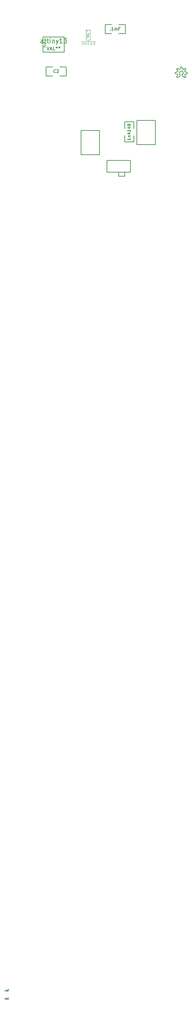
<source format=gto>
G04 ( created by brdgerber.py ( brdgerber.py v0.1 2014-03-12 ) ) date 2020-12-15 20:12:20 EST*
G04 Gerber Fmt 3.4, Leading zero omitted, Abs format*
%MOIN*%
%FSLAX34Y34*%
G01*
G70*
G90*
G04 APERTURE LIST*
%ADD17R,0.2000X0.2000*%
%ADD27C,0.0200*%
%ADD14C,0.0047*%
%ADD26C,0.0471*%
%ADD12C,0.0050*%
%ADD13R,0.0394X0.0315*%
%ADD10R,0.0236X0.0551*%
%ADD18R,0.3000X0.3000*%
%ADD21C,0.0354*%
%ADD20R,0.0800X0.0600*%
%ADD15C,0.0039*%
%ADD19R,0.0600X0.0800*%
%ADD23R,0.0275X0.0590*%
%ADD16C,0.0031*%
%ADD24C,0.0000*%
%ADD25C,0.0059*%
%ADD22R,0.0393X0.0314*%
%ADD11C,0.0060*%
G04 APERTURE END LIST*
G54D17*
D12*
G01X-38500Y-13050D02*
G01X-38500Y-13100D01*
D12*
G01X-38500Y-13100D02*
G01X-36400Y-13100D01*
D12*
G01X-36400Y-11600D02*
G01X-38500Y-11600D01*
D12*
G01X-38500Y-11600D02*
G01X-38500Y-13050D01*
D12*
G01X-38500Y-12150D02*
G01X-38300Y-12150D01*
D12*
G01X-38300Y-12150D02*
G01X-38300Y-12550D01*
D12*
G01X-38300Y-12550D02*
G01X-38500Y-12550D01*
D12*
G01X-36400Y-11600D02*
G01X-36400Y-13100D01*
D11*
G01X-38521Y-12182D02*
G01X-38521Y-11946D01*
G01X-38543Y-11904D01*
G01X-38586Y-11882D01*
G01X-38671Y-11882D01*
G01X-38714Y-11904D01*
D11*
G01X-38521Y-12161D02*
G01X-38564Y-12182D01*
G01X-38671Y-12182D01*
G01X-38714Y-12161D01*
G01X-38736Y-12118D01*
G01X-38736Y-12075D01*
G01X-38714Y-12032D01*
G01X-38671Y-12011D01*
G01X-38564Y-12011D01*
G01X-38521Y-11989D01*
D11*
G01X-38371Y-11882D02*
G01X-38200Y-11882D01*
D11*
G01X-38307Y-11732D02*
G01X-38307Y-12118D01*
G01X-38286Y-12161D01*
G01X-38243Y-12182D01*
G01X-38200Y-12182D01*
D11*
G01X-38114Y-11882D02*
G01X-37943Y-11882D01*
D11*
G01X-38050Y-11732D02*
G01X-38050Y-12118D01*
G01X-38029Y-12161D01*
G01X-37986Y-12182D01*
G01X-37943Y-12182D01*
D11*
G01X-37793Y-12182D02*
G01X-37793Y-11882D01*
D11*
G01X-37793Y-11732D02*
G01X-37814Y-11754D01*
G01X-37793Y-11775D01*
G01X-37771Y-11754D01*
G01X-37793Y-11732D01*
G01X-37793Y-11775D01*
D11*
G01X-37579Y-11882D02*
G01X-37579Y-12182D01*
D11*
G01X-37579Y-11925D02*
G01X-37557Y-11904D01*
G01X-37514Y-11882D01*
G01X-37450Y-11882D01*
G01X-37407Y-11904D01*
G01X-37386Y-11946D01*
G01X-37386Y-12182D01*
D11*
G01X-37214Y-11882D02*
G01X-37107Y-12182D01*
D11*
G01X-37000Y-11882D02*
G01X-37107Y-12182D01*
G01X-37150Y-12289D01*
G01X-37171Y-12311D01*
G01X-37214Y-12332D01*
D11*
G01X-36593Y-12182D02*
G01X-36850Y-12182D01*
D11*
G01X-36721Y-12182D02*
G01X-36721Y-11732D01*
G01X-36764Y-11796D01*
G01X-36807Y-11839D01*
G01X-36850Y-11861D01*
D11*
G01X-36443Y-11732D02*
G01X-36164Y-11732D01*
G01X-36314Y-11904D01*
G01X-36250Y-11904D01*
G01X-36207Y-11925D01*
G01X-36186Y-11946D01*
G01X-36164Y-11989D01*
G01X-36164Y-12096D01*
G01X-36186Y-12139D01*
G01X-36207Y-12161D01*
G01X-36250Y-12182D01*
G01X-36379Y-12182D01*
G01X-36421Y-12161D01*
G01X-36443Y-12139D01*
D11*
G01X-38125Y-12542D02*
G01X-38008Y-12892D01*
G01X-37892Y-12542D01*
D11*
G01X-37792Y-12792D02*
G01X-37625Y-12792D01*
D11*
G01X-37825Y-12892D02*
G01X-37708Y-12542D01*
G01X-37592Y-12892D01*
D11*
G01X-37308Y-12892D02*
G01X-37475Y-12892D01*
G01X-37475Y-12542D01*
D11*
G01X-37142Y-12542D02*
G01X-37142Y-12625D01*
D11*
G01X-37225Y-12592D02*
G01X-37142Y-12625D01*
G01X-37058Y-12592D01*
D11*
G01X-37192Y-12692D02*
G01X-37142Y-12625D01*
G01X-37092Y-12692D01*
D11*
G01X-36875Y-12542D02*
G01X-36875Y-12625D01*
D11*
G01X-36958Y-12592D02*
G01X-36875Y-12625D01*
G01X-36792Y-12592D01*
D11*
G01X-36925Y-12692D02*
G01X-36875Y-12625D01*
G01X-36825Y-12692D01*
D16*
G01X-34125Y-10937D02*
G01X-34125Y-10937D01*
G01X-34125Y-10935D01*
G01X-34125Y-10934D01*
G01X-34126Y-10932D01*
G01X-34126Y-10931D01*
G01X-34126Y-10929D01*
G01X-34126Y-10928D01*
G01X-34126Y-10926D01*
G01X-34127Y-10925D01*
G01X-34127Y-10923D01*
G01X-34127Y-10922D01*
G01X-34128Y-10920D01*
G01X-34128Y-10919D01*
G01X-34129Y-10917D01*
G01X-34129Y-10916D01*
G01X-34130Y-10914D01*
G01X-34130Y-10913D01*
G01X-34131Y-10912D01*
G01X-34131Y-10910D01*
G01X-34132Y-10909D01*
G01X-34133Y-10907D01*
G01X-34134Y-10906D01*
G01X-34134Y-10905D01*
G01X-34135Y-10903D01*
G01X-34136Y-10902D01*
G01X-34137Y-10901D01*
G01X-34138Y-10900D01*
G01X-34139Y-10898D01*
G01X-34140Y-10897D01*
G01X-34141Y-10896D01*
G01X-34142Y-10895D01*
G01X-34143Y-10894D01*
G01X-34144Y-10893D01*
G01X-34145Y-10892D01*
G01X-34146Y-10891D01*
G01X-34147Y-10890D01*
G01X-34148Y-10889D01*
G01X-34149Y-10888D01*
G01X-34151Y-10887D01*
G01X-34152Y-10886D01*
G01X-34153Y-10885D01*
G01X-34154Y-10884D01*
G01X-34156Y-10883D01*
G01X-34157Y-10883D01*
G01X-34158Y-10882D01*
G01X-34160Y-10881D01*
G01X-34161Y-10880D01*
G01X-34163Y-10880D01*
G01X-34164Y-10879D01*
G01X-34165Y-10879D01*
G01X-34167Y-10878D01*
G01X-34168Y-10878D01*
G01X-34170Y-10877D01*
G01X-34171Y-10877D01*
G01X-34173Y-10876D01*
G01X-34174Y-10876D01*
G01X-34176Y-10876D01*
G01X-34177Y-10875D01*
G01X-34179Y-10875D01*
G01X-34180Y-10875D01*
G01X-34182Y-10875D01*
G01X-34183Y-10875D01*
G01X-34185Y-10874D01*
G01X-34186Y-10874D01*
G01X-34188Y-10874D01*
G01X-34190Y-10874D01*
G01X-34191Y-10874D01*
G01X-34193Y-10875D01*
G01X-34194Y-10875D01*
G01X-34196Y-10875D01*
G01X-34197Y-10875D01*
G01X-34199Y-10875D01*
G01X-34200Y-10876D01*
G01X-34202Y-10876D01*
G01X-34203Y-10876D01*
G01X-34205Y-10877D01*
G01X-34206Y-10877D01*
G01X-34208Y-10878D01*
G01X-34209Y-10878D01*
G01X-34211Y-10879D01*
G01X-34212Y-10879D01*
G01X-34213Y-10880D01*
G01X-34215Y-10880D01*
G01X-34216Y-10881D01*
G01X-34218Y-10882D01*
G01X-34219Y-10883D01*
G01X-34220Y-10883D01*
G01X-34222Y-10884D01*
G01X-34223Y-10885D01*
G01X-34224Y-10886D01*
G01X-34225Y-10887D01*
G01X-34227Y-10888D01*
G01X-34228Y-10889D01*
G01X-34229Y-10890D01*
G01X-34230Y-10891D01*
G01X-34231Y-10892D01*
G01X-34232Y-10893D01*
G01X-34233Y-10894D01*
G01X-34234Y-10895D01*
G01X-34235Y-10896D01*
G01X-34236Y-10897D01*
G01X-34237Y-10898D01*
G01X-34238Y-10900D01*
G01X-34239Y-10901D01*
G01X-34240Y-10902D01*
G01X-34241Y-10903D01*
G01X-34242Y-10905D01*
G01X-34242Y-10906D01*
G01X-34243Y-10907D01*
G01X-34244Y-10909D01*
G01X-34245Y-10910D01*
G01X-34245Y-10912D01*
G01X-34246Y-10913D01*
G01X-34246Y-10914D01*
G01X-34247Y-10916D01*
G01X-34247Y-10917D01*
G01X-34248Y-10919D01*
G01X-34248Y-10920D01*
G01X-34249Y-10922D01*
G01X-34249Y-10923D01*
G01X-34249Y-10925D01*
G01X-34250Y-10926D01*
G01X-34250Y-10928D01*
G01X-34250Y-10929D01*
G01X-34250Y-10931D01*
G01X-34250Y-10932D01*
G01X-34251Y-10934D01*
G01X-34251Y-10935D01*
G01X-34251Y-10937D01*
G01X-34251Y-10939D01*
G01X-34251Y-10940D01*
G01X-34250Y-10942D01*
G01X-34250Y-10943D01*
G01X-34250Y-10945D01*
G01X-34250Y-10946D01*
G01X-34250Y-10948D01*
G01X-34249Y-10949D01*
G01X-34249Y-10951D01*
G01X-34249Y-10952D01*
G01X-34248Y-10954D01*
G01X-34248Y-10955D01*
G01X-34247Y-10957D01*
G01X-34247Y-10958D01*
G01X-34246Y-10960D01*
G01X-34246Y-10961D01*
G01X-34245Y-10962D01*
G01X-34245Y-10964D01*
G01X-34244Y-10965D01*
G01X-34243Y-10967D01*
G01X-34242Y-10968D01*
G01X-34242Y-10969D01*
G01X-34241Y-10971D01*
G01X-34240Y-10972D01*
G01X-34239Y-10973D01*
G01X-34238Y-10974D01*
G01X-34237Y-10976D01*
G01X-34236Y-10977D01*
G01X-34235Y-10978D01*
G01X-34234Y-10979D01*
G01X-34233Y-10980D01*
G01X-34232Y-10981D01*
G01X-34231Y-10982D01*
G01X-34230Y-10983D01*
G01X-34229Y-10984D01*
G01X-34228Y-10985D01*
G01X-34227Y-10986D01*
G01X-34225Y-10987D01*
G01X-34224Y-10988D01*
G01X-34223Y-10989D01*
G01X-34222Y-10990D01*
G01X-34220Y-10991D01*
G01X-34219Y-10991D01*
G01X-34218Y-10992D01*
G01X-34216Y-10993D01*
G01X-34215Y-10994D01*
G01X-34213Y-10994D01*
G01X-34212Y-10995D01*
G01X-34211Y-10995D01*
G01X-34209Y-10996D01*
G01X-34208Y-10996D01*
G01X-34206Y-10997D01*
G01X-34205Y-10997D01*
G01X-34203Y-10998D01*
G01X-34202Y-10998D01*
G01X-34200Y-10998D01*
G01X-34199Y-10999D01*
G01X-34197Y-10999D01*
G01X-34196Y-10999D01*
G01X-34194Y-10999D01*
G01X-34193Y-10999D01*
G01X-34191Y-11000D01*
G01X-34190Y-11000D01*
G01X-34188Y-11000D01*
G01X-34186Y-11000D01*
G01X-34185Y-11000D01*
G01X-34183Y-10999D01*
G01X-34182Y-10999D01*
G01X-34180Y-10999D01*
G01X-34179Y-10999D01*
G01X-34177Y-10999D01*
G01X-34176Y-10998D01*
G01X-34174Y-10998D01*
G01X-34173Y-10998D01*
G01X-34171Y-10997D01*
G01X-34170Y-10997D01*
G01X-34168Y-10996D01*
G01X-34167Y-10996D01*
G01X-34165Y-10995D01*
G01X-34164Y-10995D01*
G01X-34163Y-10994D01*
G01X-34161Y-10994D01*
G01X-34160Y-10993D01*
G01X-34158Y-10992D01*
G01X-34157Y-10991D01*
G01X-34156Y-10991D01*
G01X-34154Y-10990D01*
G01X-34153Y-10989D01*
G01X-34152Y-10988D01*
G01X-34151Y-10987D01*
G01X-34149Y-10986D01*
G01X-34148Y-10985D01*
G01X-34147Y-10984D01*
G01X-34146Y-10983D01*
G01X-34145Y-10982D01*
G01X-34144Y-10981D01*
G01X-34143Y-10980D01*
G01X-34142Y-10979D01*
G01X-34141Y-10978D01*
G01X-34140Y-10977D01*
G01X-34139Y-10976D01*
G01X-34138Y-10974D01*
G01X-34137Y-10973D01*
G01X-34136Y-10972D01*
G01X-34135Y-10971D01*
G01X-34134Y-10969D01*
G01X-34134Y-10968D01*
G01X-34133Y-10967D01*
G01X-34132Y-10965D01*
G01X-34131Y-10964D01*
G01X-34131Y-10962D01*
G01X-34130Y-10961D01*
G01X-34130Y-10960D01*
G01X-34129Y-10958D01*
G01X-34129Y-10957D01*
G01X-34128Y-10955D01*
G01X-34128Y-10954D01*
G01X-34127Y-10952D01*
G01X-34127Y-10951D01*
G01X-34127Y-10949D01*
G01X-34126Y-10948D01*
G01X-34126Y-10946D01*
G01X-34126Y-10945D01*
G01X-34126Y-10943D01*
G01X-34126Y-10942D01*
G01X-34125Y-10940D01*
G01X-34125Y-10939D01*
G01X-34125Y-10937D01*
D16*
G01X-33850Y-11900D02*
G01X-34250Y-11900D01*
D16*
G01X-33850Y-10875D02*
G01X-34250Y-10875D01*
D16*
G01X-34250Y-11900D02*
G01X-34250Y-10875D01*
D16*
G01X-33850Y-10875D02*
G01X-33850Y-11900D01*
D14*
G01X-34654Y-12294D02*
G01X-34611Y-12308D01*
G01X-34540Y-12308D01*
G01X-34511Y-12294D01*
G01X-34497Y-12280D01*
G01X-34482Y-12251D01*
G01X-34482Y-12223D01*
G01X-34497Y-12194D01*
G01X-34511Y-12180D01*
G01X-34540Y-12166D01*
G01X-34597Y-12151D01*
G01X-34625Y-12137D01*
G01X-34640Y-12123D01*
G01X-34654Y-12094D01*
G01X-34654Y-12066D01*
G01X-34640Y-12037D01*
G01X-34625Y-12023D01*
G01X-34597Y-12008D01*
G01X-34525Y-12008D01*
G01X-34482Y-12023D01*
D14*
G01X-34297Y-12008D02*
G01X-34240Y-12008D01*
G01X-34211Y-12023D01*
G01X-34182Y-12051D01*
G01X-34168Y-12108D01*
G01X-34168Y-12208D01*
G01X-34182Y-12266D01*
G01X-34211Y-12294D01*
G01X-34240Y-12308D01*
G01X-34297Y-12308D01*
G01X-34325Y-12294D01*
G01X-34354Y-12266D01*
G01X-34368Y-12208D01*
G01X-34368Y-12108D01*
G01X-34354Y-12051D01*
G01X-34325Y-12023D01*
G01X-34297Y-12008D01*
D14*
G01X-34082Y-12008D02*
G01X-33911Y-12008D01*
D14*
G01X-33997Y-12308D02*
G01X-33997Y-12008D01*
D14*
G01X-33825Y-12037D02*
G01X-33811Y-12023D01*
G01X-33782Y-12008D01*
G01X-33711Y-12008D01*
G01X-33682Y-12023D01*
G01X-33668Y-12037D01*
G01X-33654Y-12066D01*
G01X-33654Y-12094D01*
G01X-33668Y-12137D01*
G01X-33840Y-12308D01*
G01X-33654Y-12308D01*
D14*
G01X-33554Y-12008D02*
G01X-33368Y-12008D01*
G01X-33468Y-12123D01*
G01X-33425Y-12123D01*
G01X-33397Y-12137D01*
G01X-33382Y-12151D01*
G01X-33368Y-12180D01*
G01X-33368Y-12251D01*
G01X-33382Y-12280D01*
G01X-33397Y-12294D01*
G01X-33425Y-12308D01*
G01X-33511Y-12308D01*
G01X-33540Y-12294D01*
G01X-33554Y-12280D01*
D15*
G01X-34167Y-11655D02*
G01X-33970Y-11589D01*
G01X-34167Y-11523D01*
D15*
G01X-34027Y-11467D02*
G01X-34027Y-11373D01*
D15*
G01X-33970Y-11486D02*
G01X-34167Y-11420D01*
G01X-33970Y-11355D01*
D15*
G01X-33970Y-11195D02*
G01X-33970Y-11289D01*
G01X-34167Y-11289D01*
D12*
G01X-30350Y-11250D02*
G01X-30350Y-10350D01*
D12*
G01X-30350Y-10350D02*
G01X-31000Y-10350D01*
D12*
G01X-31700Y-11250D02*
G01X-32350Y-11250D01*
D12*
G01X-32350Y-11250D02*
G01X-32350Y-10350D01*
D12*
G01X-32350Y-10350D02*
G01X-31700Y-10350D01*
D12*
G01X-31000Y-11250D02*
G01X-30350Y-11250D01*
D12*
G01X-31821Y-10893D02*
G01X-31807Y-10907D01*
G01X-31821Y-10921D01*
G01X-31836Y-10907D01*
G01X-31821Y-10893D01*
G01X-31821Y-10921D01*
D12*
G01X-31521Y-10921D02*
G01X-31693Y-10921D01*
D12*
G01X-31607Y-10921D02*
G01X-31607Y-10621D01*
G01X-31636Y-10664D01*
G01X-31664Y-10693D01*
G01X-31693Y-10707D01*
D12*
G01X-31393Y-10921D02*
G01X-31393Y-10721D01*
D12*
G01X-31393Y-10750D02*
G01X-31379Y-10736D01*
G01X-31350Y-10721D01*
G01X-31307Y-10721D01*
G01X-31279Y-10736D01*
G01X-31264Y-10764D01*
G01X-31264Y-10921D01*
D12*
G01X-31264Y-10764D02*
G01X-31250Y-10736D01*
G01X-31221Y-10721D01*
G01X-31179Y-10721D01*
G01X-31150Y-10736D01*
G01X-31136Y-10764D01*
G01X-31136Y-10921D01*
D12*
G01X-30893Y-10764D02*
G01X-30993Y-10764D01*
D12*
G01X-30993Y-10921D02*
G01X-30993Y-10621D01*
G01X-30850Y-10621D01*
D12*
G01X-29500Y-20000D02*
G01X-30400Y-20000D01*
D12*
G01X-30400Y-20000D02*
G01X-30400Y-20650D01*
D12*
G01X-29500Y-21350D02*
G01X-29500Y-22000D01*
D12*
G01X-29500Y-22000D02*
G01X-30400Y-22000D01*
D12*
G01X-30400Y-22000D02*
G01X-30400Y-21350D01*
D12*
G01X-29500Y-20650D02*
G01X-29500Y-20000D01*
D12*
G01X-29829Y-21621D02*
G01X-29829Y-21793D01*
D12*
G01X-29829Y-21707D02*
G01X-30129Y-21707D01*
G01X-30086Y-21736D01*
G01X-30057Y-21764D01*
G01X-30043Y-21793D01*
D12*
G01X-30029Y-21493D02*
G01X-29829Y-21493D01*
D12*
G01X-30000Y-21493D02*
G01X-30014Y-21479D01*
G01X-30029Y-21450D01*
G01X-30029Y-21407D01*
G01X-30014Y-21379D01*
G01X-29986Y-21364D01*
G01X-29829Y-21364D01*
D12*
G01X-30029Y-21093D02*
G01X-29829Y-21093D01*
D12*
G01X-30143Y-21164D02*
G01X-29929Y-21236D01*
G01X-29929Y-21050D01*
D12*
G01X-29829Y-20779D02*
G01X-29829Y-20950D01*
D12*
G01X-29829Y-20864D02*
G01X-30129Y-20864D01*
G01X-30086Y-20893D01*
G01X-30057Y-20921D01*
G01X-30043Y-20950D01*
D12*
G01X-30029Y-20521D02*
G01X-29829Y-20521D01*
D12*
G01X-30143Y-20593D02*
G01X-29929Y-20664D01*
G01X-29929Y-20479D01*
D12*
G01X-30000Y-20321D02*
G01X-30014Y-20350D01*
G01X-30029Y-20364D01*
G01X-30057Y-20379D01*
G01X-30071Y-20379D01*
G01X-30100Y-20364D01*
G01X-30114Y-20350D01*
G01X-30129Y-20321D01*
G01X-30129Y-20264D01*
G01X-30114Y-20236D01*
G01X-30100Y-20221D01*
G01X-30071Y-20207D01*
G01X-30057Y-20207D01*
G01X-30029Y-20221D01*
G01X-30014Y-20236D01*
G01X-30000Y-20264D01*
G01X-30000Y-20321D01*
G01X-29986Y-20350D01*
G01X-29971Y-20364D01*
G01X-29943Y-20379D01*
G01X-29886Y-20379D01*
G01X-29857Y-20364D01*
G01X-29843Y-20350D01*
G01X-29829Y-20321D01*
G01X-29829Y-20264D01*
G01X-29843Y-20236D01*
G01X-29857Y-20221D01*
G01X-29886Y-20207D01*
G01X-29943Y-20207D01*
G01X-29971Y-20221D01*
G01X-29986Y-20236D01*
G01X-30000Y-20264D01*
D11*
G01X-32181Y-23810D02*
G01X-29819Y-23810D01*
D11*
G01X-29819Y-23810D02*
G01X-29819Y-24990D01*
D11*
G01X-29819Y-24990D02*
G01X-30410Y-24990D01*
D11*
G01X-30410Y-24990D02*
G01X-31000Y-24990D01*
D11*
G01X-31000Y-24990D02*
G01X-32181Y-24990D01*
D11*
G01X-32181Y-24990D02*
G01X-32181Y-23810D01*
D11*
G01X-30410Y-24990D02*
G01X-30410Y-25384D01*
D11*
G01X-31000Y-24990D02*
G01X-31000Y-25384D01*
D11*
G01X-31000Y-25384D02*
G01X-30410Y-25384D01*
D11*
G01X-31000Y-25384D02*
G01X-31000Y-24990D01*
D11*
G01X-31000Y-24990D02*
G01X-30410Y-24990D01*
D11*
G01X-30410Y-24990D02*
G01X-30410Y-25384D01*
D11*
G01X-30410Y-25384D02*
G01X-31000Y-25384D01*
D25*
G01X-24645Y-15525D02*
G01X-24644Y-15525D01*
G01X-24643Y-15524D01*
G01X-24642Y-15524D01*
G01X-24641Y-15523D01*
G01X-24640Y-15523D01*
G01X-24639Y-15523D01*
G01X-24638Y-15522D01*
G01X-24637Y-15522D01*
G01X-24636Y-15521D01*
G01X-24635Y-15521D01*
G01X-24634Y-15520D01*
G01X-24634Y-15520D01*
G01X-24633Y-15520D01*
G01X-24632Y-15519D01*
G01X-24631Y-15519D01*
G01X-24630Y-15518D01*
G01X-24629Y-15518D01*
G01X-24628Y-15517D01*
G01X-24627Y-15517D01*
G01X-24626Y-15517D01*
G01X-24625Y-15516D01*
G01X-24624Y-15516D01*
G01X-24623Y-15515D01*
G01X-24622Y-15515D01*
G01X-24621Y-15514D01*
G01X-24620Y-15514D01*
G01X-24619Y-15513D01*
G01X-24619Y-15513D01*
G01X-24618Y-15512D01*
G01X-24617Y-15512D01*
G01X-24616Y-15512D01*
G01X-24615Y-15511D01*
G01X-24614Y-15511D01*
G01X-24613Y-15510D01*
G01X-24612Y-15510D01*
G01X-24611Y-15509D01*
G01X-24610Y-15509D01*
G01X-24609Y-15508D01*
G01X-24608Y-15508D01*
G01X-24607Y-15507D01*
G01X-24607Y-15507D01*
G01X-24606Y-15506D01*
G01X-24605Y-15506D01*
G01X-24604Y-15505D01*
G01X-24603Y-15505D01*
G01X-24602Y-15504D01*
G01X-24601Y-15504D01*
G01X-24600Y-15503D01*
G01X-24599Y-15503D01*
G01X-24598Y-15502D01*
G01X-24597Y-15502D01*
G01X-24597Y-15501D01*
G01X-24596Y-15501D01*
G01X-24595Y-15500D01*
G01X-24594Y-15499D01*
G01X-24593Y-15499D01*
G01X-24592Y-15498D01*
G01X-24591Y-15498D01*
G01X-24590Y-15497D01*
G01X-24589Y-15497D01*
G01X-24588Y-15496D01*
G01X-24588Y-15496D01*
G01X-24587Y-15495D01*
G01X-24586Y-15495D01*
D25*
G01X-24585Y-15494D02*
G01X-24437Y-15615D01*
D25*
G01X-24437Y-15615D02*
G01X-24335Y-15513D01*
D25*
G01X-24335Y-15513D02*
G01X-24456Y-15365D01*
D25*
G01X-24456Y-15365D02*
G01X-24455Y-15363D01*
G01X-24454Y-15361D01*
G01X-24453Y-15360D01*
G01X-24452Y-15358D01*
G01X-24451Y-15356D01*
G01X-24449Y-15354D01*
G01X-24448Y-15352D01*
G01X-24447Y-15351D01*
G01X-24446Y-15349D01*
G01X-24445Y-15347D01*
G01X-24444Y-15345D01*
G01X-24443Y-15343D01*
G01X-24442Y-15341D01*
G01X-24441Y-15340D01*
G01X-24440Y-15338D01*
G01X-24439Y-15336D01*
G01X-24438Y-15334D01*
G01X-24437Y-15332D01*
G01X-24437Y-15330D01*
G01X-24436Y-15328D01*
G01X-24435Y-15326D01*
G01X-24434Y-15324D01*
G01X-24433Y-15323D01*
G01X-24432Y-15321D01*
G01X-24431Y-15319D01*
G01X-24430Y-15317D01*
G01X-24429Y-15315D01*
G01X-24429Y-15313D01*
G01X-24428Y-15311D01*
G01X-24427Y-15309D01*
G01X-24426Y-15307D01*
G01X-24425Y-15305D01*
G01X-24424Y-15303D01*
G01X-24424Y-15301D01*
G01X-24423Y-15299D01*
G01X-24422Y-15297D01*
G01X-24421Y-15296D01*
G01X-24421Y-15294D01*
G01X-24420Y-15292D01*
G01X-24419Y-15290D01*
G01X-24418Y-15288D01*
G01X-24418Y-15286D01*
G01X-24417Y-15284D01*
G01X-24416Y-15282D01*
G01X-24416Y-15280D01*
G01X-24415Y-15278D01*
G01X-24414Y-15276D01*
G01X-24414Y-15274D01*
G01X-24413Y-15272D01*
G01X-24412Y-15270D01*
G01X-24412Y-15268D01*
G01X-24411Y-15266D01*
G01X-24411Y-15264D01*
G01X-24410Y-15262D01*
G01X-24409Y-15260D01*
G01X-24409Y-15258D01*
G01X-24408Y-15256D01*
G01X-24408Y-15254D01*
G01X-24407Y-15251D01*
G01X-24407Y-15249D01*
G01X-24406Y-15247D01*
G01X-24406Y-15245D01*
G01X-24405Y-15243D01*
G01X-24405Y-15241D01*
D25*
G01X-24405Y-15241D02*
G01X-24214Y-15221D01*
D25*
G01X-24214Y-15221D02*
G01X-24214Y-15079D01*
D25*
G01X-24214Y-15079D02*
G01X-24405Y-15059D01*
D25*
G01X-24405Y-15059D02*
G01X-24405Y-15057D01*
G01X-24406Y-15055D01*
G01X-24406Y-15053D01*
G01X-24407Y-15051D01*
G01X-24407Y-15049D01*
G01X-24408Y-15047D01*
G01X-24409Y-15045D01*
G01X-24409Y-15043D01*
G01X-24410Y-15041D01*
G01X-24410Y-15039D01*
G01X-24411Y-15037D01*
G01X-24411Y-15035D01*
G01X-24412Y-15033D01*
G01X-24413Y-15031D01*
G01X-24413Y-15029D01*
G01X-24414Y-15027D01*
G01X-24415Y-15025D01*
G01X-24415Y-15023D01*
G01X-24416Y-15021D01*
G01X-24417Y-15019D01*
G01X-24417Y-15017D01*
G01X-24418Y-15015D01*
G01X-24419Y-15013D01*
G01X-24419Y-15011D01*
G01X-24420Y-15009D01*
G01X-24421Y-15007D01*
G01X-24422Y-15005D01*
G01X-24422Y-15003D01*
G01X-24423Y-15001D01*
G01X-24424Y-14999D01*
G01X-24425Y-14997D01*
G01X-24425Y-14995D01*
G01X-24426Y-14993D01*
G01X-24427Y-14991D01*
G01X-24428Y-14989D01*
G01X-24429Y-14987D01*
G01X-24430Y-14985D01*
G01X-24430Y-14983D01*
G01X-24431Y-14982D01*
G01X-24432Y-14980D01*
G01X-24433Y-14978D01*
G01X-24434Y-14976D01*
G01X-24435Y-14974D01*
G01X-24436Y-14972D01*
G01X-24437Y-14970D01*
G01X-24438Y-14968D01*
G01X-24439Y-14966D01*
G01X-24440Y-14965D01*
G01X-24441Y-14963D01*
G01X-24441Y-14961D01*
G01X-24442Y-14959D01*
G01X-24443Y-14957D01*
G01X-24444Y-14955D01*
G01X-24445Y-14953D01*
G01X-24447Y-14952D01*
G01X-24448Y-14950D01*
G01X-24449Y-14948D01*
G01X-24450Y-14946D01*
G01X-24451Y-14944D01*
G01X-24452Y-14943D01*
G01X-24453Y-14941D01*
G01X-24454Y-14939D01*
G01X-24455Y-14937D01*
G01X-24456Y-14935D01*
D25*
G01X-24456Y-14935D02*
G01X-24335Y-14787D01*
D25*
G01X-24335Y-14787D02*
G01X-24437Y-14685D01*
D25*
G01X-24437Y-14685D02*
G01X-24585Y-14806D01*
D25*
G01X-24585Y-14806D02*
G01X-24587Y-14805D01*
G01X-24589Y-14804D01*
G01X-24590Y-14803D01*
G01X-24592Y-14802D01*
G01X-24594Y-14801D01*
G01X-24596Y-14799D01*
G01X-24598Y-14798D01*
G01X-24599Y-14797D01*
G01X-24601Y-14796D01*
G01X-24603Y-14795D01*
G01X-24605Y-14794D01*
G01X-24607Y-14793D01*
G01X-24609Y-14792D01*
G01X-24610Y-14791D01*
G01X-24612Y-14790D01*
G01X-24614Y-14789D01*
G01X-24616Y-14788D01*
G01X-24618Y-14787D01*
G01X-24620Y-14787D01*
G01X-24622Y-14786D01*
G01X-24624Y-14785D01*
G01X-24626Y-14784D01*
G01X-24627Y-14783D01*
G01X-24629Y-14782D01*
G01X-24631Y-14781D01*
G01X-24633Y-14780D01*
G01X-24635Y-14779D01*
G01X-24637Y-14779D01*
G01X-24639Y-14778D01*
G01X-24641Y-14777D01*
G01X-24643Y-14776D01*
G01X-24645Y-14775D01*
G01X-24647Y-14774D01*
G01X-24649Y-14774D01*
G01X-24651Y-14773D01*
G01X-24653Y-14772D01*
G01X-24654Y-14771D01*
G01X-24656Y-14771D01*
G01X-24658Y-14770D01*
G01X-24660Y-14769D01*
G01X-24662Y-14768D01*
G01X-24664Y-14768D01*
G01X-24666Y-14767D01*
G01X-24668Y-14766D01*
G01X-24670Y-14766D01*
G01X-24672Y-14765D01*
G01X-24674Y-14764D01*
G01X-24676Y-14764D01*
G01X-24678Y-14763D01*
G01X-24680Y-14762D01*
G01X-24682Y-14762D01*
G01X-24684Y-14761D01*
G01X-24686Y-14761D01*
G01X-24688Y-14760D01*
G01X-24690Y-14759D01*
G01X-24692Y-14759D01*
G01X-24694Y-14758D01*
G01X-24696Y-14758D01*
G01X-24699Y-14757D01*
G01X-24701Y-14757D01*
G01X-24703Y-14756D01*
G01X-24705Y-14756D01*
G01X-24707Y-14755D01*
G01X-24709Y-14755D01*
D25*
G01X-24709Y-14755D02*
G01X-24729Y-14564D01*
D25*
G01X-24729Y-14564D02*
G01X-24871Y-14564D01*
D25*
G01X-24871Y-14564D02*
G01X-24891Y-14755D01*
D25*
G01X-24891Y-14755D02*
G01X-24893Y-14755D01*
G01X-24895Y-14756D01*
G01X-24897Y-14756D01*
G01X-24899Y-14757D01*
G01X-24901Y-14757D01*
G01X-24903Y-14758D01*
G01X-24905Y-14759D01*
G01X-24907Y-14759D01*
G01X-24909Y-14760D01*
G01X-24911Y-14760D01*
G01X-24913Y-14761D01*
G01X-24915Y-14761D01*
G01X-24917Y-14762D01*
G01X-24919Y-14763D01*
G01X-24921Y-14763D01*
G01X-24923Y-14764D01*
G01X-24925Y-14765D01*
G01X-24927Y-14765D01*
G01X-24929Y-14766D01*
G01X-24931Y-14767D01*
G01X-24933Y-14767D01*
G01X-24935Y-14768D01*
G01X-24937Y-14769D01*
G01X-24939Y-14769D01*
G01X-24941Y-14770D01*
G01X-24943Y-14771D01*
G01X-24945Y-14772D01*
G01X-24947Y-14772D01*
G01X-24949Y-14773D01*
G01X-24951Y-14774D01*
G01X-24953Y-14775D01*
G01X-24955Y-14775D01*
G01X-24957Y-14776D01*
G01X-24959Y-14777D01*
G01X-24961Y-14778D01*
G01X-24963Y-14779D01*
G01X-24965Y-14780D01*
G01X-24967Y-14780D01*
G01X-24968Y-14781D01*
G01X-24970Y-14782D01*
G01X-24972Y-14783D01*
G01X-24974Y-14784D01*
G01X-24976Y-14785D01*
G01X-24978Y-14786D01*
G01X-24980Y-14787D01*
G01X-24982Y-14788D01*
G01X-24984Y-14789D01*
G01X-24985Y-14790D01*
G01X-24987Y-14791D01*
G01X-24989Y-14791D01*
G01X-24991Y-14792D01*
G01X-24993Y-14793D01*
G01X-24995Y-14794D01*
G01X-24997Y-14795D01*
G01X-24998Y-14797D01*
G01X-25000Y-14798D01*
G01X-25002Y-14799D01*
G01X-25004Y-14800D01*
G01X-25006Y-14801D01*
G01X-25007Y-14802D01*
G01X-25009Y-14803D01*
G01X-25011Y-14804D01*
G01X-25013Y-14805D01*
G01X-25015Y-14806D01*
D25*
G01X-25015Y-14806D02*
G01X-25163Y-14685D01*
D25*
G01X-25163Y-14685D02*
G01X-25265Y-14787D01*
D25*
G01X-25265Y-14787D02*
G01X-25144Y-14935D01*
D25*
G01X-25144Y-14935D02*
G01X-25145Y-14937D01*
G01X-25146Y-14939D01*
G01X-25147Y-14940D01*
G01X-25148Y-14942D01*
G01X-25149Y-14944D01*
G01X-25151Y-14946D01*
G01X-25152Y-14948D01*
G01X-25153Y-14949D01*
G01X-25154Y-14951D01*
G01X-25155Y-14953D01*
G01X-25156Y-14955D01*
G01X-25157Y-14957D01*
G01X-25158Y-14959D01*
G01X-25159Y-14960D01*
G01X-25160Y-14962D01*
G01X-25161Y-14964D01*
G01X-25162Y-14966D01*
G01X-25163Y-14968D01*
G01X-25163Y-14970D01*
G01X-25164Y-14972D01*
G01X-25165Y-14974D01*
G01X-25166Y-14976D01*
G01X-25167Y-14977D01*
G01X-25168Y-14979D01*
G01X-25169Y-14981D01*
G01X-25170Y-14983D01*
G01X-25171Y-14985D01*
G01X-25171Y-14987D01*
G01X-25172Y-14989D01*
G01X-25173Y-14991D01*
G01X-25174Y-14993D01*
G01X-25175Y-14995D01*
G01X-25176Y-14997D01*
G01X-25176Y-14999D01*
G01X-25177Y-15001D01*
G01X-25178Y-15003D01*
G01X-25179Y-15004D01*
G01X-25179Y-15006D01*
G01X-25180Y-15008D01*
G01X-25181Y-15010D01*
G01X-25182Y-15012D01*
G01X-25182Y-15014D01*
G01X-25183Y-15016D01*
G01X-25184Y-15018D01*
G01X-25184Y-15020D01*
G01X-25185Y-15022D01*
G01X-25186Y-15024D01*
G01X-25186Y-15026D01*
G01X-25187Y-15028D01*
G01X-25188Y-15030D01*
G01X-25188Y-15032D01*
G01X-25189Y-15034D01*
G01X-25189Y-15036D01*
G01X-25190Y-15038D01*
G01X-25191Y-15040D01*
G01X-25191Y-15042D01*
G01X-25192Y-15044D01*
G01X-25192Y-15046D01*
G01X-25193Y-15049D01*
G01X-25193Y-15051D01*
G01X-25194Y-15053D01*
G01X-25194Y-15055D01*
G01X-25195Y-15057D01*
G01X-25195Y-15059D01*
D25*
G01X-25195Y-15059D02*
G01X-25386Y-15079D01*
D25*
G01X-25386Y-15079D02*
G01X-25386Y-15221D01*
D25*
G01X-25386Y-15221D02*
G01X-25195Y-15241D01*
D25*
G01X-25195Y-15241D02*
G01X-25195Y-15243D01*
G01X-25194Y-15245D01*
G01X-25194Y-15247D01*
G01X-25193Y-15249D01*
G01X-25193Y-15251D01*
G01X-25192Y-15253D01*
G01X-25191Y-15255D01*
G01X-25191Y-15257D01*
G01X-25190Y-15259D01*
G01X-25190Y-15261D01*
G01X-25189Y-15263D01*
G01X-25189Y-15265D01*
G01X-25188Y-15267D01*
G01X-25187Y-15269D01*
G01X-25187Y-15271D01*
G01X-25186Y-15273D01*
G01X-25185Y-15275D01*
G01X-25185Y-15277D01*
G01X-25184Y-15279D01*
G01X-25183Y-15281D01*
G01X-25183Y-15283D01*
G01X-25182Y-15285D01*
G01X-25181Y-15287D01*
G01X-25181Y-15289D01*
G01X-25180Y-15291D01*
G01X-25179Y-15293D01*
G01X-25178Y-15295D01*
G01X-25178Y-15297D01*
G01X-25177Y-15299D01*
G01X-25176Y-15301D01*
G01X-25175Y-15303D01*
G01X-25175Y-15305D01*
G01X-25174Y-15307D01*
G01X-25173Y-15309D01*
G01X-25172Y-15311D01*
G01X-25171Y-15313D01*
G01X-25170Y-15315D01*
G01X-25170Y-15317D01*
G01X-25169Y-15318D01*
G01X-25168Y-15320D01*
G01X-25167Y-15322D01*
G01X-25166Y-15324D01*
G01X-25165Y-15326D01*
G01X-25164Y-15328D01*
G01X-25163Y-15330D01*
G01X-25162Y-15332D01*
G01X-25161Y-15334D01*
G01X-25160Y-15335D01*
G01X-25159Y-15337D01*
G01X-25159Y-15339D01*
G01X-25158Y-15341D01*
G01X-25157Y-15343D01*
G01X-25156Y-15345D01*
G01X-25155Y-15347D01*
G01X-25153Y-15348D01*
G01X-25152Y-15350D01*
G01X-25151Y-15352D01*
G01X-25150Y-15354D01*
G01X-25149Y-15356D01*
G01X-25148Y-15357D01*
G01X-25147Y-15359D01*
G01X-25146Y-15361D01*
G01X-25145Y-15363D01*
G01X-25144Y-15365D01*
D25*
G01X-25144Y-15365D02*
G01X-25265Y-15513D01*
D25*
G01X-25265Y-15513D02*
G01X-25163Y-15615D01*
D25*
G01X-25163Y-15615D02*
G01X-25015Y-15494D01*
D25*
G01X-25015Y-15494D02*
G01X-25014Y-15495D01*
G01X-25013Y-15495D01*
G01X-25012Y-15496D01*
G01X-25011Y-15496D01*
G01X-25011Y-15497D01*
G01X-25010Y-15497D01*
G01X-25009Y-15498D01*
G01X-25008Y-15498D01*
G01X-25007Y-15499D01*
G01X-25006Y-15499D01*
G01X-25005Y-15500D01*
G01X-25004Y-15500D01*
G01X-25003Y-15501D01*
G01X-25003Y-15501D01*
G01X-25002Y-15502D01*
G01X-25001Y-15503D01*
G01X-25000Y-15503D01*
G01X-24999Y-15504D01*
G01X-24998Y-15504D01*
G01X-24997Y-15505D01*
G01X-24996Y-15505D01*
G01X-24995Y-15506D01*
G01X-24994Y-15506D01*
G01X-24993Y-15507D01*
G01X-24993Y-15507D01*
G01X-24992Y-15508D01*
G01X-24991Y-15508D01*
G01X-24990Y-15509D01*
G01X-24989Y-15509D01*
G01X-24988Y-15510D01*
G01X-24987Y-15510D01*
G01X-24986Y-15510D01*
G01X-24985Y-15511D01*
G01X-24984Y-15511D01*
G01X-24983Y-15512D01*
G01X-24982Y-15512D01*
G01X-24981Y-15513D01*
G01X-24981Y-15513D01*
G01X-24980Y-15514D01*
G01X-24979Y-15514D01*
G01X-24978Y-15515D01*
G01X-24977Y-15515D01*
G01X-24976Y-15516D01*
G01X-24975Y-15516D01*
G01X-24974Y-15516D01*
G01X-24973Y-15517D01*
G01X-24972Y-15517D01*
G01X-24971Y-15518D01*
G01X-24970Y-15518D01*
G01X-24969Y-15519D01*
G01X-24968Y-15519D01*
G01X-24967Y-15520D01*
G01X-24966Y-15520D01*
G01X-24965Y-15520D01*
G01X-24965Y-15521D01*
G01X-24964Y-15521D01*
G01X-24963Y-15522D01*
G01X-24962Y-15522D01*
G01X-24961Y-15522D01*
G01X-24960Y-15523D01*
G01X-24959Y-15523D01*
G01X-24958Y-15524D01*
G01X-24957Y-15524D01*
G01X-24956Y-15524D01*
D25*
G01X-24955Y-15525D02*
G01X-24870Y-15320D01*
D25*
G01X-24870Y-15320D02*
G01X-24873Y-15319D01*
G01X-24876Y-15317D01*
G01X-24879Y-15316D01*
G01X-24882Y-15314D01*
G01X-24885Y-15313D01*
G01X-24888Y-15311D01*
G01X-24891Y-15310D01*
G01X-24894Y-15308D01*
G01X-24897Y-15306D01*
G01X-24900Y-15304D01*
G01X-24903Y-15302D01*
G01X-24906Y-15301D01*
G01X-24908Y-15299D01*
G01X-24911Y-15297D01*
G01X-24914Y-15294D01*
G01X-24916Y-15292D01*
G01X-24919Y-15290D01*
G01X-24921Y-15288D01*
G01X-24924Y-15286D01*
G01X-24926Y-15283D01*
G01X-24929Y-15281D01*
G01X-24931Y-15279D01*
G01X-24934Y-15276D01*
G01X-24936Y-15274D01*
G01X-24938Y-15271D01*
G01X-24940Y-15269D01*
G01X-24943Y-15266D01*
G01X-24945Y-15263D01*
G01X-24947Y-15261D01*
G01X-24949Y-15258D01*
G01X-24951Y-15255D01*
G01X-24953Y-15252D01*
G01X-24955Y-15250D01*
G01X-24956Y-15247D01*
G01X-24958Y-15244D01*
G01X-24960Y-15241D01*
G01X-24961Y-15238D01*
G01X-24963Y-15235D01*
G01X-24965Y-15232D01*
G01X-24966Y-15229D01*
G01X-24967Y-15226D01*
G01X-24969Y-15223D01*
G01X-24970Y-15220D01*
G01X-24971Y-15217D01*
G01X-24973Y-15213D01*
G01X-24974Y-15210D01*
G01X-24975Y-15207D01*
G01X-24976Y-15204D01*
G01X-24977Y-15200D01*
G01X-24978Y-15197D01*
G01X-24979Y-15194D01*
G01X-24979Y-15191D01*
G01X-24980Y-15187D01*
G01X-24981Y-15184D01*
G01X-24981Y-15181D01*
G01X-24982Y-15177D01*
G01X-24982Y-15174D01*
G01X-24983Y-15171D01*
G01X-24983Y-15167D01*
G01X-24983Y-15164D01*
G01X-24984Y-15161D01*
G01X-24984Y-15157D01*
G01X-24984Y-15154D01*
G01X-24984Y-15150D01*
D25*
G01X-24984Y-15150D02*
G01X-24984Y-15138D01*
G01X-24982Y-15125D01*
G01X-24980Y-15113D01*
G01X-24977Y-15101D01*
G01X-24974Y-15089D01*
G01X-24969Y-15078D01*
G01X-24964Y-15066D01*
G01X-24958Y-15055D01*
G01X-24951Y-15045D01*
G01X-24944Y-15035D01*
G01X-24936Y-15026D01*
G01X-24927Y-15017D01*
G01X-24918Y-15009D01*
G01X-24908Y-15001D01*
G01X-24898Y-14994D01*
G01X-24887Y-14988D01*
G01X-24876Y-14982D01*
G01X-24864Y-14978D01*
G01X-24852Y-14974D01*
G01X-24840Y-14970D01*
G01X-24828Y-14968D01*
G01X-24816Y-14967D01*
G01X-24804Y-14966D01*
G01X-24791Y-14966D01*
G01X-24779Y-14967D01*
G01X-24766Y-14969D01*
G01X-24754Y-14972D01*
G01X-24742Y-14975D01*
G01X-24731Y-14980D01*
G01X-24719Y-14985D01*
G01X-24708Y-14990D01*
G01X-24698Y-14997D01*
G01X-24688Y-15004D01*
G01X-24678Y-15012D01*
G01X-24669Y-15021D01*
G01X-24661Y-15030D01*
G01X-24653Y-15039D01*
G01X-24646Y-15050D01*
G01X-24639Y-15060D01*
G01X-24634Y-15071D01*
G01X-24629Y-15083D01*
G01X-24625Y-15094D01*
G01X-24621Y-15106D01*
G01X-24619Y-15118D01*
G01X-24617Y-15131D01*
G01X-24616Y-15143D01*
G01X-24616Y-15155D01*
G01X-24617Y-15168D01*
G01X-24618Y-15180D01*
G01X-24621Y-15192D01*
G01X-24624Y-15204D01*
G01X-24628Y-15216D01*
G01X-24633Y-15227D01*
G01X-24639Y-15238D01*
G01X-24645Y-15249D01*
G01X-24652Y-15259D01*
G01X-24660Y-15269D01*
G01X-24668Y-15278D01*
G01X-24677Y-15287D01*
G01X-24687Y-15295D01*
G01X-24697Y-15302D01*
G01X-24707Y-15309D01*
G01X-24718Y-15315D01*
G01X-24729Y-15320D01*
D25*
G01X-24730Y-15320D02*
G01X-24645Y-15525D01*
D12*
G01X-42257Y-106181D02*
G01X-42257Y-106048D01*
D12*
G01X-42257Y-106086D02*
G01X-42248Y-106067D01*
G01X-42238Y-106057D01*
G01X-42219Y-106048D01*
G01X-42200Y-106048D01*
D12*
G01X-42057Y-106171D02*
G01X-42076Y-106181D01*
G01X-42114Y-106181D01*
G01X-42133Y-106171D01*
G01X-42143Y-106152D01*
G01X-42143Y-106076D01*
G01X-42133Y-106057D01*
G01X-42114Y-106048D01*
G01X-42076Y-106048D01*
G01X-42057Y-106057D01*
G01X-42048Y-106076D01*
G01X-42048Y-106095D01*
G01X-42143Y-106114D01*
D12*
G01X-41990Y-106048D02*
G01X-41914Y-106048D01*
D12*
G01X-41962Y-106181D02*
G01X-41962Y-106010D01*
G01X-41952Y-105990D01*
G01X-41933Y-105981D01*
G01X-41914Y-105981D01*
D12*
G01X-42290Y-106848D02*
G01X-42243Y-106981D01*
G01X-42195Y-106848D01*
D12*
G01X-42033Y-106981D02*
G01X-42033Y-106876D01*
G01X-42043Y-106857D01*
G01X-42062Y-106848D01*
G01X-42100Y-106848D01*
G01X-42119Y-106857D01*
D12*
G01X-42033Y-106971D02*
G01X-42052Y-106981D01*
G01X-42100Y-106981D01*
G01X-42119Y-106971D01*
G01X-42129Y-106952D01*
G01X-42129Y-106933D01*
G01X-42119Y-106914D01*
G01X-42100Y-106905D01*
G01X-42052Y-106905D01*
G01X-42033Y-106895D01*
D12*
G01X-41910Y-106981D02*
G01X-41929Y-106971D01*
G01X-41938Y-106952D01*
G01X-41938Y-106781D01*
D11*
G01X-32889Y-20850D02*
G01X-32889Y-23250D01*
D11*
G01X-32889Y-23250D02*
G01X-34738Y-23250D01*
D11*
G01X-34738Y-23250D02*
G01X-34738Y-20850D01*
D11*
G01X-34738Y-20850D02*
G01X-32889Y-20850D01*
D11*
G01X-29211Y-22250D02*
G01X-29211Y-19850D01*
D11*
G01X-29211Y-19850D02*
G01X-27362Y-19850D01*
D11*
G01X-27362Y-19850D02*
G01X-27362Y-22250D01*
D11*
G01X-27362Y-22250D02*
G01X-29211Y-22250D01*
D12*
G01X-38200Y-14550D02*
G01X-38200Y-15450D01*
D12*
G01X-38200Y-15450D02*
G01X-37550Y-15450D01*
D12*
G01X-36850Y-14550D02*
G01X-36200Y-14550D01*
D12*
G01X-36200Y-14550D02*
G01X-36200Y-15450D01*
D12*
G01X-36200Y-15450D02*
G01X-36850Y-15450D01*
D12*
G01X-37550Y-14550D02*
G01X-38200Y-14550D01*
D12*
G01X-37250Y-15093D02*
G01X-37264Y-15107D01*
G01X-37307Y-15121D01*
G01X-37336Y-15121D01*
G01X-37379Y-15107D01*
G01X-37407Y-15079D01*
G01X-37421Y-15050D01*
G01X-37436Y-14993D01*
G01X-37436Y-14950D01*
G01X-37421Y-14893D01*
G01X-37407Y-14864D01*
G01X-37379Y-14836D01*
G01X-37336Y-14821D01*
G01X-37307Y-14821D01*
G01X-37264Y-14836D01*
G01X-37250Y-14850D01*
D12*
G01X-37136Y-14850D02*
G01X-37121Y-14836D01*
G01X-37093Y-14821D01*
G01X-37021Y-14821D01*
G01X-36993Y-14836D01*
G01X-36979Y-14850D01*
G01X-36964Y-14879D01*
G01X-36964Y-14907D01*
G01X-36979Y-14950D01*
G01X-37150Y-15121D01*
G01X-36964Y-15121D01*
M02*

</source>
